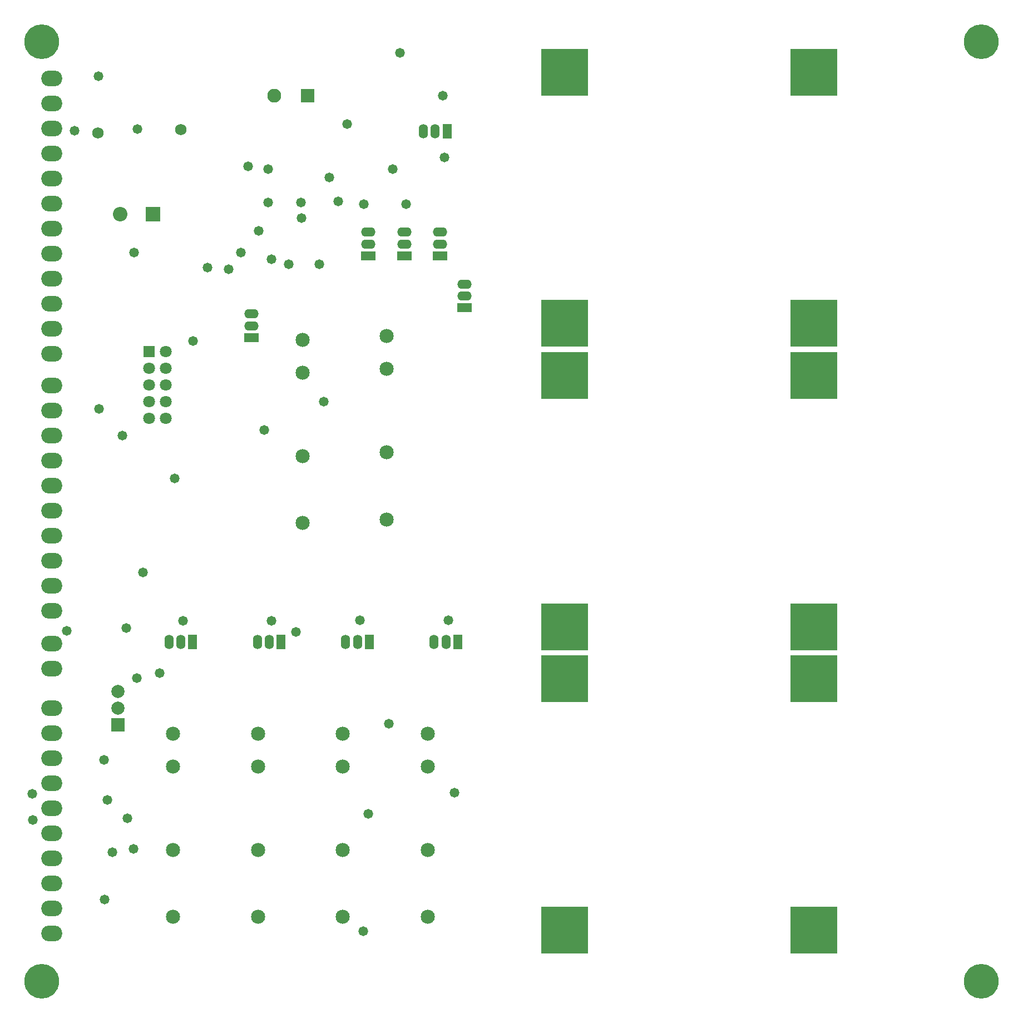
<source format=gbs>
G04*
G04 #@! TF.GenerationSoftware,Altium Limited,Altium Designer,22.3.1 (43)*
G04*
G04 Layer_Color=16711935*
%FSLAX25Y25*%
%MOIN*%
G70*
G04*
G04 #@! TF.SameCoordinates,858DE3B6-85AC-4B40-B280-C04C9E7F73BC*
G04*
G04*
G04 #@! TF.FilePolarity,Negative*
G04*
G01*
G75*
%ADD40R,0.08674X0.08674*%
%ADD46R,0.28359X0.28359*%
%ADD47R,0.07887X0.07887*%
%ADD48C,0.07887*%
%ADD49C,0.07099*%
%ADD50R,0.07099X0.07099*%
%ADD51O,0.05524X0.08674*%
%ADD52R,0.05524X0.08674*%
%ADD53O,0.12611X0.09461*%
%ADD54C,0.08280*%
%ADD55R,0.08280X0.08280*%
%ADD56C,0.08477*%
%ADD57R,0.08674X0.05524*%
%ADD58O,0.08674X0.05524*%
%ADD59C,0.20800*%
%ADD60C,0.08674*%
%ADD61C,0.05800*%
%ADD62C,0.06800*%
D40*
X80500Y473500D02*
D03*
D46*
X476500Y558500D02*
D03*
Y408000D02*
D03*
X327000Y558500D02*
D03*
Y408000D02*
D03*
X476500Y376750D02*
D03*
Y226250D02*
D03*
X327000Y376750D02*
D03*
Y226250D02*
D03*
Y44500D02*
D03*
Y195000D02*
D03*
X476500Y44500D02*
D03*
Y195000D02*
D03*
D47*
X59500Y167500D02*
D03*
D48*
Y177500D02*
D03*
Y187500D02*
D03*
D49*
X88000Y371000D02*
D03*
X78000Y351000D02*
D03*
X88000Y391000D02*
D03*
Y351000D02*
D03*
X78000Y371000D02*
D03*
X88000Y381000D02*
D03*
X78000D02*
D03*
Y361000D02*
D03*
X88000D02*
D03*
D50*
X78000Y391000D02*
D03*
D51*
X248913Y217000D02*
D03*
X256000D02*
D03*
X195942D02*
D03*
X203029D02*
D03*
X142971D02*
D03*
X150058D02*
D03*
X90000D02*
D03*
X97087D02*
D03*
X249587Y523000D02*
D03*
X242500D02*
D03*
D52*
X263087Y217000D02*
D03*
X210115D02*
D03*
X157144D02*
D03*
X104173D02*
D03*
X256673Y523000D02*
D03*
D53*
X19685Y102500D02*
D03*
Y132500D02*
D03*
Y162500D02*
D03*
Y177500D02*
D03*
Y147500D02*
D03*
Y72500D02*
D03*
Y42500D02*
D03*
Y117500D02*
D03*
Y87500D02*
D03*
Y57500D02*
D03*
Y201161D02*
D03*
Y216161D02*
D03*
Y280650D02*
D03*
Y325650D02*
D03*
Y340650D02*
D03*
Y310650D02*
D03*
Y265650D02*
D03*
Y235650D02*
D03*
Y370650D02*
D03*
Y355650D02*
D03*
Y250650D02*
D03*
Y295650D02*
D03*
Y404941D02*
D03*
Y434941D02*
D03*
Y464941D02*
D03*
Y479941D02*
D03*
Y509941D02*
D03*
Y539941D02*
D03*
Y554941D02*
D03*
Y524941D02*
D03*
Y494941D02*
D03*
Y449941D02*
D03*
Y419941D02*
D03*
Y389941D02*
D03*
D54*
X153000Y544500D02*
D03*
D55*
X173000D02*
D03*
D56*
X245000Y92500D02*
D03*
Y142500D02*
D03*
Y162185D02*
D03*
Y52342D02*
D03*
X220500Y380658D02*
D03*
X170000Y378500D02*
D03*
X194167Y142500D02*
D03*
Y52343D02*
D03*
Y92500D02*
D03*
Y162185D02*
D03*
X220500Y330658D02*
D03*
Y400343D02*
D03*
Y290500D02*
D03*
X143333Y92500D02*
D03*
Y142500D02*
D03*
Y52343D02*
D03*
Y162185D02*
D03*
X92500D02*
D03*
Y92500D02*
D03*
Y52343D02*
D03*
Y142500D02*
D03*
X170000Y328500D02*
D03*
Y398185D02*
D03*
Y288342D02*
D03*
D57*
X231000Y448500D02*
D03*
X209500D02*
D03*
X252500D02*
D03*
X267000Y417413D02*
D03*
X139500Y399500D02*
D03*
D58*
X231000Y455587D02*
D03*
Y462673D02*
D03*
X209500Y455587D02*
D03*
Y462673D02*
D03*
X252500Y455587D02*
D03*
Y462673D02*
D03*
X267000Y431587D02*
D03*
Y424500D02*
D03*
X139500Y413673D02*
D03*
Y406587D02*
D03*
D59*
X576772Y13779D02*
D03*
Y576772D02*
D03*
X13779D02*
D03*
Y13779D02*
D03*
D60*
X60815Y473500D02*
D03*
D61*
X228500Y570000D02*
D03*
X151500Y446500D02*
D03*
X65000Y111500D02*
D03*
X224000Y500500D02*
D03*
X56000Y91000D02*
D03*
X113000Y441500D02*
D03*
X28854Y223739D02*
D03*
X64500Y225500D02*
D03*
X98500Y229931D02*
D03*
X70750Y195500D02*
D03*
X8000Y126000D02*
D03*
X8500Y110500D02*
D03*
X257500Y230001D02*
D03*
X51210Y146530D02*
D03*
X151500Y229931D02*
D03*
X84500Y198316D02*
D03*
X33500Y523500D02*
D03*
X47622Y556000D02*
D03*
X255000Y507500D02*
D03*
X186000Y495500D02*
D03*
X48000Y356700D02*
D03*
X62051Y340650D02*
D03*
X169400Y471000D02*
D03*
X182900Y361000D02*
D03*
X74600Y258700D02*
D03*
X68700Y93033D02*
D03*
X69100Y450600D02*
D03*
X261000Y126900D02*
D03*
X104600Y397600D02*
D03*
X166000Y223200D02*
D03*
X209300Y114100D02*
D03*
X221800Y168100D02*
D03*
X206500Y43700D02*
D03*
X254000Y544400D02*
D03*
X51400Y62833D02*
D03*
X133100Y450525D02*
D03*
X204500Y230001D02*
D03*
X93400Y315100D02*
D03*
X147000Y344100D02*
D03*
X125625Y440300D02*
D03*
X206900Y479500D02*
D03*
X53000Y122500D02*
D03*
X161875Y443500D02*
D03*
X143750Y463500D02*
D03*
X180000Y443500D02*
D03*
X149500Y480500D02*
D03*
X169000D02*
D03*
X137331Y502000D02*
D03*
X71193Y524299D02*
D03*
X191500Y481000D02*
D03*
X232000Y479500D02*
D03*
X196945Y527571D02*
D03*
X149500Y500500D02*
D03*
D62*
X47500Y522000D02*
D03*
X97000Y524000D02*
D03*
M02*

</source>
